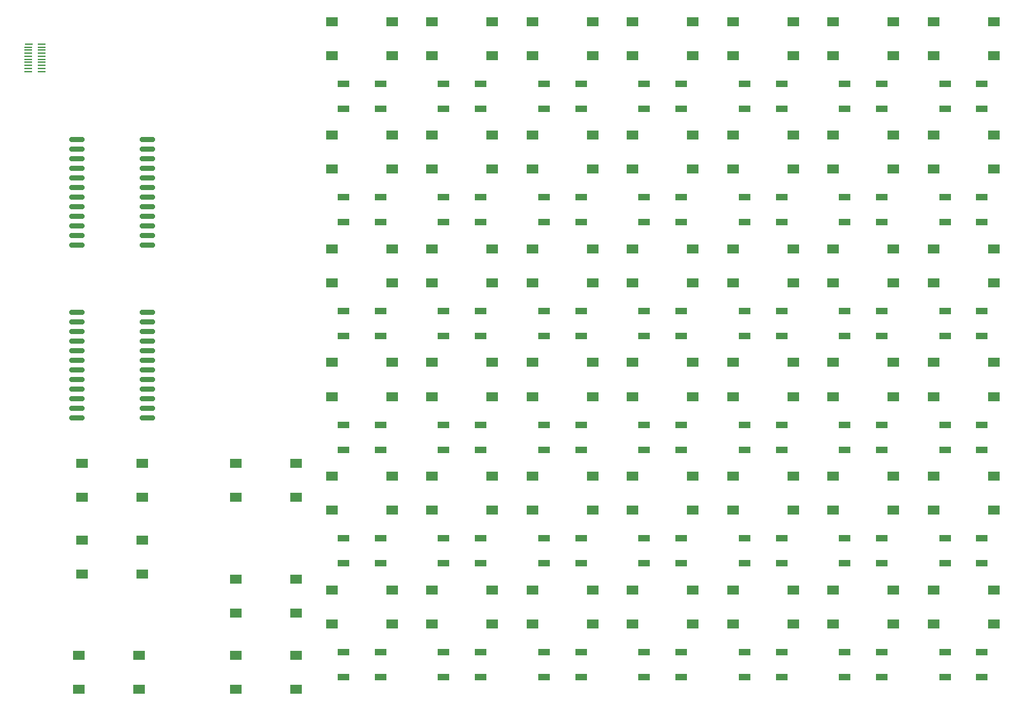
<source format=gbr>
%TF.GenerationSoftware,KiCad,Pcbnew,(6.0.11-0)*%
%TF.CreationDate,2025-03-26T21:45:14-05:00*%
%TF.ProjectId,btnBRD,62746e42-5244-42e6-9b69-6361645f7063,rev?*%
%TF.SameCoordinates,Original*%
%TF.FileFunction,Paste,Top*%
%TF.FilePolarity,Positive*%
%FSLAX46Y46*%
G04 Gerber Fmt 4.6, Leading zero omitted, Abs format (unit mm)*
G04 Created by KiCad (PCBNEW (6.0.11-0)) date 2025-03-26 21:45:14*
%MOMM*%
%LPD*%
G01*
G04 APERTURE LIST*
G04 Aperture macros list*
%AMRoundRect*
0 Rectangle with rounded corners*
0 $1 Rounding radius*
0 $2 $3 $4 $5 $6 $7 $8 $9 X,Y pos of 4 corners*
0 Add a 4 corners polygon primitive as box body*
4,1,4,$2,$3,$4,$5,$6,$7,$8,$9,$2,$3,0*
0 Add four circle primitives for the rounded corners*
1,1,$1+$1,$2,$3*
1,1,$1+$1,$4,$5*
1,1,$1+$1,$6,$7*
1,1,$1+$1,$8,$9*
0 Add four rect primitives between the rounded corners*
20,1,$1+$1,$2,$3,$4,$5,0*
20,1,$1+$1,$4,$5,$6,$7,0*
20,1,$1+$1,$6,$7,$8,$9,0*
20,1,$1+$1,$8,$9,$2,$3,0*%
G04 Aperture macros list end*
%ADD10R,1.550000X1.300000*%
%ADD11R,1.500000X0.900000*%
%ADD12RoundRect,0.150000X-0.875000X-0.150000X0.875000X-0.150000X0.875000X0.150000X-0.875000X0.150000X0*%
%ADD13R,1.000000X0.200000*%
%ADD14R,1.100000X0.200000*%
G04 APERTURE END LIST*
D10*
%TO.C,SW17*%
X116500000Y-71000000D03*
X124460000Y-71000000D03*
X124460000Y-75500000D03*
X116500000Y-75500000D03*
%TD*%
D11*
%TO.C,D8*%
X96430000Y-64185000D03*
X96430000Y-67485000D03*
X91530000Y-67485000D03*
X91530000Y-64185000D03*
%TD*%
D10*
%TO.C,SW16*%
X103250000Y-71000000D03*
X111210000Y-71000000D03*
X103250000Y-75500000D03*
X111210000Y-75500000D03*
%TD*%
D11*
%TO.C,D10*%
X122930000Y-64185000D03*
X122930000Y-67485000D03*
X118030000Y-67485000D03*
X118030000Y-64185000D03*
%TD*%
D10*
%TO.C,SW22*%
X90000000Y-86035000D03*
X97960000Y-86035000D03*
X97960000Y-90535000D03*
X90000000Y-90535000D03*
%TD*%
%TO.C,SW24*%
X116500000Y-86035000D03*
X124460000Y-86035000D03*
X124460000Y-90535000D03*
X116500000Y-90535000D03*
%TD*%
D11*
%TO.C,D11*%
X136180000Y-64185000D03*
X136180000Y-67485000D03*
X131280000Y-67485000D03*
X131280000Y-64185000D03*
%TD*%
D10*
%TO.C,SW42*%
X177460000Y-116105000D03*
X169500000Y-116105000D03*
X177460000Y-120605000D03*
X169500000Y-120605000D03*
%TD*%
%TO.C,SW34*%
X156250000Y-101070000D03*
X164210000Y-101070000D03*
X164210000Y-105570000D03*
X156250000Y-105570000D03*
%TD*%
D11*
%TO.C,D37*%
X109680000Y-124325000D03*
X109680000Y-127625000D03*
X104780000Y-127625000D03*
X104780000Y-124325000D03*
%TD*%
D10*
%TO.C,SW35*%
X169500000Y-101070000D03*
X177460000Y-101070000D03*
X169500000Y-105570000D03*
X177460000Y-105570000D03*
%TD*%
D11*
%TO.C,D40*%
X149430000Y-124325000D03*
X149430000Y-127625000D03*
X144530000Y-127625000D03*
X144530000Y-124325000D03*
%TD*%
%TO.C,D3*%
X122930000Y-49150000D03*
X122930000Y-52450000D03*
X118030000Y-52450000D03*
X118030000Y-49150000D03*
%TD*%
%TO.C,D28*%
X175930000Y-94255000D03*
X175930000Y-97555000D03*
X171030000Y-97555000D03*
X171030000Y-94255000D03*
%TD*%
D10*
%TO.C,SW21*%
X177460000Y-71000000D03*
X169500000Y-71000000D03*
X177460000Y-75500000D03*
X169500000Y-75500000D03*
%TD*%
%TO.C,SW10*%
X116500000Y-55965000D03*
X124460000Y-55965000D03*
X124460000Y-60465000D03*
X116500000Y-60465000D03*
%TD*%
%TO.C,SW47*%
X85260000Y-114696129D03*
X77300000Y-114696129D03*
X77300000Y-119196129D03*
X85260000Y-119196129D03*
%TD*%
%TO.C,SW33*%
X150960000Y-101070000D03*
X143000000Y-101070000D03*
X150960000Y-105570000D03*
X143000000Y-105570000D03*
%TD*%
D11*
%TO.C,D4*%
X136180000Y-49150000D03*
X136180000Y-52450000D03*
X131280000Y-52450000D03*
X131280000Y-49150000D03*
%TD*%
%TO.C,D19*%
X149430000Y-79220000D03*
X149430000Y-82520000D03*
X144530000Y-82520000D03*
X144530000Y-79220000D03*
%TD*%
D10*
%TO.C,SW40*%
X143000000Y-116105000D03*
X150960000Y-116105000D03*
X150960000Y-120605000D03*
X143000000Y-120605000D03*
%TD*%
D11*
%TO.C,D29*%
X96430000Y-109290000D03*
X96430000Y-112590000D03*
X91530000Y-112590000D03*
X91530000Y-109290000D03*
%TD*%
D10*
%TO.C,SW4*%
X137710000Y-40930000D03*
X129750000Y-40930000D03*
X137710000Y-45430000D03*
X129750000Y-45430000D03*
%TD*%
%TO.C,SW19*%
X143000000Y-71000000D03*
X150960000Y-71000000D03*
X143000000Y-75500000D03*
X150960000Y-75500000D03*
%TD*%
D12*
%TO.C,U2*%
X65610000Y-56515000D03*
X65610000Y-57785000D03*
X65610000Y-59055000D03*
X65610000Y-60325000D03*
X65610000Y-61595000D03*
X65610000Y-62865000D03*
X65610000Y-64135000D03*
X65610000Y-65405000D03*
X65610000Y-66675000D03*
X65610000Y-67945000D03*
X65610000Y-69215000D03*
X65610000Y-70485000D03*
X56310000Y-70485000D03*
X56310000Y-69215000D03*
X56310000Y-67945000D03*
X56310000Y-66675000D03*
X56310000Y-65405000D03*
X56310000Y-64135000D03*
X56310000Y-62865000D03*
X56310000Y-61595000D03*
X56310000Y-60325000D03*
X56310000Y-59055000D03*
X56310000Y-57785000D03*
X56310000Y-56515000D03*
%TD*%
D11*
%TO.C,D17*%
X122930000Y-79220000D03*
X122930000Y-82520000D03*
X118030000Y-82520000D03*
X118030000Y-79220000D03*
%TD*%
D10*
%TO.C,SW2*%
X111210000Y-40930000D03*
X103250000Y-40930000D03*
X103250000Y-45430000D03*
X111210000Y-45430000D03*
%TD*%
%TO.C,SW28*%
X169500000Y-86035000D03*
X177460000Y-86035000D03*
X169500000Y-90535000D03*
X177460000Y-90535000D03*
%TD*%
%TO.C,SW1*%
X97960000Y-40930000D03*
X90000000Y-40930000D03*
X90000000Y-45430000D03*
X97960000Y-45430000D03*
%TD*%
%TO.C,SW38*%
X124460000Y-116105000D03*
X116500000Y-116105000D03*
X116500000Y-120605000D03*
X124460000Y-120605000D03*
%TD*%
%TO.C,SW27*%
X156250000Y-86035000D03*
X164210000Y-86035000D03*
X156250000Y-90535000D03*
X164210000Y-90535000D03*
%TD*%
%TO.C,SW41*%
X156250000Y-116105000D03*
X164210000Y-116105000D03*
X156250000Y-120605000D03*
X164210000Y-120605000D03*
%TD*%
%TO.C,SW9*%
X103250000Y-55965000D03*
X111210000Y-55965000D03*
X103250000Y-60465000D03*
X111210000Y-60465000D03*
%TD*%
D11*
%TO.C,D15*%
X96430000Y-79220000D03*
X96430000Y-82520000D03*
X91530000Y-82520000D03*
X91530000Y-79220000D03*
%TD*%
D10*
%TO.C,SW20*%
X164210000Y-71000000D03*
X156250000Y-71000000D03*
X164210000Y-75500000D03*
X156250000Y-75500000D03*
%TD*%
D11*
%TO.C,D42*%
X175930000Y-124325000D03*
X175930000Y-127625000D03*
X171030000Y-127625000D03*
X171030000Y-124325000D03*
%TD*%
%TO.C,D1*%
X96430000Y-49150000D03*
X96430000Y-52450000D03*
X91530000Y-52450000D03*
X91530000Y-49150000D03*
%TD*%
%TO.C,D16*%
X109680000Y-79220000D03*
X109680000Y-82520000D03*
X104780000Y-82520000D03*
X104780000Y-79220000D03*
%TD*%
%TO.C,D20*%
X162680000Y-79220000D03*
X162680000Y-82520000D03*
X157780000Y-82520000D03*
X157780000Y-79220000D03*
%TD*%
D10*
%TO.C,SW30*%
X103250000Y-101070000D03*
X111210000Y-101070000D03*
X103250000Y-105570000D03*
X111210000Y-105570000D03*
%TD*%
%TO.C,SW29*%
X90000000Y-101070000D03*
X97960000Y-101070000D03*
X97960000Y-105570000D03*
X90000000Y-105570000D03*
%TD*%
%TO.C,SW6*%
X156250000Y-40930000D03*
X164210000Y-40930000D03*
X156250000Y-45430000D03*
X164210000Y-45430000D03*
%TD*%
%TO.C,SW26*%
X143000000Y-86035000D03*
X150960000Y-86035000D03*
X143000000Y-90535000D03*
X150960000Y-90535000D03*
%TD*%
D11*
%TO.C,D23*%
X109680000Y-94255000D03*
X109680000Y-97555000D03*
X104780000Y-97555000D03*
X104780000Y-94255000D03*
%TD*%
D10*
%TO.C,SW11*%
X129750000Y-55965000D03*
X137710000Y-55965000D03*
X129750000Y-60465000D03*
X137710000Y-60465000D03*
%TD*%
%TO.C,SW48*%
X85260000Y-99350000D03*
X77300000Y-99350000D03*
X85260000Y-103850000D03*
X77300000Y-103850000D03*
%TD*%
D11*
%TO.C,D2*%
X109680000Y-49150000D03*
X109680000Y-52450000D03*
X104780000Y-52450000D03*
X104780000Y-49150000D03*
%TD*%
D10*
%TO.C,SW43*%
X64940000Y-99350000D03*
X56980000Y-99350000D03*
X64940000Y-103850000D03*
X56980000Y-103850000D03*
%TD*%
D11*
%TO.C,D27*%
X162680000Y-94255000D03*
X162680000Y-97555000D03*
X157780000Y-97555000D03*
X157780000Y-94255000D03*
%TD*%
D10*
%TO.C,SW3*%
X124460000Y-40930000D03*
X116500000Y-40930000D03*
X116500000Y-45430000D03*
X124460000Y-45430000D03*
%TD*%
%TO.C,SW23*%
X111210000Y-86035000D03*
X103250000Y-86035000D03*
X111210000Y-90535000D03*
X103250000Y-90535000D03*
%TD*%
D11*
%TO.C,D39*%
X136180000Y-124325000D03*
X136180000Y-127625000D03*
X131280000Y-127625000D03*
X131280000Y-124325000D03*
%TD*%
%TO.C,D12*%
X149430000Y-64185000D03*
X149430000Y-67485000D03*
X144530000Y-67485000D03*
X144530000Y-64185000D03*
%TD*%
D10*
%TO.C,SW25*%
X129750000Y-86035000D03*
X137710000Y-86035000D03*
X137710000Y-90535000D03*
X129750000Y-90535000D03*
%TD*%
D11*
%TO.C,D36*%
X96430000Y-124325000D03*
X96430000Y-127625000D03*
X91530000Y-127625000D03*
X91530000Y-124325000D03*
%TD*%
%TO.C,D31*%
X122930000Y-109290000D03*
X122930000Y-112590000D03*
X118030000Y-112590000D03*
X118030000Y-109290000D03*
%TD*%
%TO.C,D26*%
X149430000Y-94255000D03*
X149430000Y-97555000D03*
X144530000Y-97555000D03*
X144530000Y-94255000D03*
%TD*%
D10*
%TO.C,SW44*%
X56980000Y-109510000D03*
X64940000Y-109510000D03*
X64940000Y-114010000D03*
X56980000Y-114010000D03*
%TD*%
D11*
%TO.C,D30*%
X109680000Y-109290000D03*
X109680000Y-112590000D03*
X104780000Y-112590000D03*
X104780000Y-109290000D03*
%TD*%
%TO.C,D24*%
X122930000Y-94255000D03*
X122930000Y-97555000D03*
X118030000Y-97555000D03*
X118030000Y-94255000D03*
%TD*%
D10*
%TO.C,SW37*%
X111210000Y-116105000D03*
X103250000Y-116105000D03*
X103250000Y-120605000D03*
X111210000Y-120605000D03*
%TD*%
%TO.C,SW36*%
X97960000Y-116105000D03*
X90000000Y-116105000D03*
X97960000Y-120605000D03*
X90000000Y-120605000D03*
%TD*%
D11*
%TO.C,D33*%
X149430000Y-109290000D03*
X149430000Y-112590000D03*
X144530000Y-112590000D03*
X144530000Y-109290000D03*
%TD*%
D10*
%TO.C,SW32*%
X137710000Y-101070000D03*
X129750000Y-101070000D03*
X137710000Y-105570000D03*
X129750000Y-105570000D03*
%TD*%
D11*
%TO.C,D6*%
X162680000Y-49150000D03*
X162680000Y-52450000D03*
X157780000Y-52450000D03*
X157780000Y-49150000D03*
%TD*%
D10*
%TO.C,SW45*%
X56600000Y-124750000D03*
X64560000Y-124750000D03*
X56600000Y-129250000D03*
X64560000Y-129250000D03*
%TD*%
%TO.C,SW15*%
X90000000Y-71000000D03*
X97960000Y-71000000D03*
X97960000Y-75500000D03*
X90000000Y-75500000D03*
%TD*%
%TO.C,SW7*%
X177460000Y-40930000D03*
X169500000Y-40930000D03*
X177460000Y-45430000D03*
X169500000Y-45430000D03*
%TD*%
D11*
%TO.C,D7*%
X175930000Y-49150000D03*
X175930000Y-52450000D03*
X171030000Y-52450000D03*
X171030000Y-49150000D03*
%TD*%
D13*
%TO.C,U4*%
X51700000Y-43920000D03*
X51700000Y-44320000D03*
X51700000Y-44720000D03*
X51700000Y-45120000D03*
X51700000Y-45520000D03*
X51700000Y-45920000D03*
X51700000Y-46320000D03*
X51700000Y-46720000D03*
X51700000Y-47120000D03*
X51700000Y-47520000D03*
X49900000Y-47520000D03*
X49900000Y-47120000D03*
X49900000Y-46720000D03*
X49900000Y-46320000D03*
X49900000Y-45920000D03*
X49900000Y-45520000D03*
X49900000Y-45120000D03*
X49900000Y-44720000D03*
X49900000Y-44320000D03*
D14*
X49950000Y-43920000D03*
%TD*%
D10*
%TO.C,SW39*%
X129750000Y-116105000D03*
X137710000Y-116105000D03*
X129750000Y-120605000D03*
X137710000Y-120605000D03*
%TD*%
%TO.C,SW46*%
X85260000Y-124750000D03*
X77300000Y-124750000D03*
X85260000Y-129250000D03*
X77300000Y-129250000D03*
%TD*%
D11*
%TO.C,D18*%
X136180000Y-79220000D03*
X136180000Y-82520000D03*
X131280000Y-82520000D03*
X131280000Y-79220000D03*
%TD*%
D10*
%TO.C,SW14*%
X177460000Y-55965000D03*
X169500000Y-55965000D03*
X177460000Y-60465000D03*
X169500000Y-60465000D03*
%TD*%
D11*
%TO.C,D21*%
X175930000Y-79220000D03*
X175930000Y-82520000D03*
X171030000Y-82520000D03*
X171030000Y-79220000D03*
%TD*%
%TO.C,D34*%
X162680000Y-109290000D03*
X162680000Y-112590000D03*
X157780000Y-112590000D03*
X157780000Y-109290000D03*
%TD*%
%TO.C,D35*%
X175930000Y-109290000D03*
X175930000Y-112590000D03*
X171030000Y-112590000D03*
X171030000Y-109290000D03*
%TD*%
D10*
%TO.C,SW31*%
X124460000Y-101070000D03*
X116500000Y-101070000D03*
X116500000Y-105570000D03*
X124460000Y-105570000D03*
%TD*%
D11*
%TO.C,D5*%
X149430000Y-49150000D03*
X149430000Y-52450000D03*
X144530000Y-52450000D03*
X144530000Y-49150000D03*
%TD*%
%TO.C,D22*%
X96430000Y-94255000D03*
X96430000Y-97555000D03*
X91530000Y-97555000D03*
X91530000Y-94255000D03*
%TD*%
D10*
%TO.C,SW8*%
X97960000Y-55965000D03*
X90000000Y-55965000D03*
X97960000Y-60465000D03*
X90000000Y-60465000D03*
%TD*%
%TO.C,SW13*%
X164210000Y-55965000D03*
X156250000Y-55965000D03*
X164210000Y-60465000D03*
X156250000Y-60465000D03*
%TD*%
D11*
%TO.C,D9*%
X109680000Y-64185000D03*
X109680000Y-67485000D03*
X104780000Y-67485000D03*
X104780000Y-64185000D03*
%TD*%
%TO.C,D13*%
X162680000Y-64185000D03*
X162680000Y-67485000D03*
X157780000Y-67485000D03*
X157780000Y-64185000D03*
%TD*%
D10*
%TO.C,SW5*%
X150960000Y-40930000D03*
X143000000Y-40930000D03*
X143000000Y-45430000D03*
X150960000Y-45430000D03*
%TD*%
D11*
%TO.C,D32*%
X136180000Y-109290000D03*
X136180000Y-112590000D03*
X131280000Y-112590000D03*
X131280000Y-109290000D03*
%TD*%
D10*
%TO.C,SW18*%
X137710000Y-71000000D03*
X129750000Y-71000000D03*
X137710000Y-75500000D03*
X129750000Y-75500000D03*
%TD*%
D11*
%TO.C,D25*%
X136180000Y-94255000D03*
X136180000Y-97555000D03*
X131280000Y-97555000D03*
X131280000Y-94255000D03*
%TD*%
D12*
%TO.C,U3*%
X65610000Y-79375000D03*
X65610000Y-80645000D03*
X65610000Y-81915000D03*
X65610000Y-83185000D03*
X65610000Y-84455000D03*
X65610000Y-85725000D03*
X65610000Y-86995000D03*
X65610000Y-88265000D03*
X65610000Y-89535000D03*
X65610000Y-90805000D03*
X65610000Y-92075000D03*
X65610000Y-93345000D03*
X56310000Y-93345000D03*
X56310000Y-92075000D03*
X56310000Y-90805000D03*
X56310000Y-89535000D03*
X56310000Y-88265000D03*
X56310000Y-86995000D03*
X56310000Y-85725000D03*
X56310000Y-84455000D03*
X56310000Y-83185000D03*
X56310000Y-81915000D03*
X56310000Y-80645000D03*
X56310000Y-79375000D03*
%TD*%
D11*
%TO.C,D38*%
X122930000Y-124325000D03*
X122930000Y-127625000D03*
X118030000Y-127625000D03*
X118030000Y-124325000D03*
%TD*%
%TO.C,D41*%
X162680000Y-124325000D03*
X162680000Y-127625000D03*
X157780000Y-127625000D03*
X157780000Y-124325000D03*
%TD*%
D10*
%TO.C,SW12*%
X150960000Y-55965000D03*
X143000000Y-55965000D03*
X150960000Y-60465000D03*
X143000000Y-60465000D03*
%TD*%
D11*
%TO.C,D14*%
X175930000Y-64185000D03*
X175930000Y-67485000D03*
X171030000Y-67485000D03*
X171030000Y-64185000D03*
%TD*%
M02*

</source>
